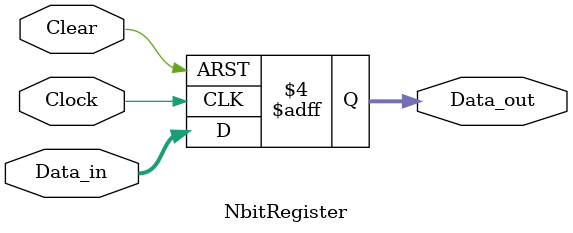
<source format=v>
module NbitRegister #(localparam N = 4)
( input [N-1:0] Data_in,
  input Clock, Clear,
  output reg [N-1:0] Data_out
);

always @(negedge Clock, negedge Clear)
begin
    if(Clear == 1'b0) Data_out <= 0;
    else if(Clock== 1'b0) Data_out <= Data_in;
end

endmodule
</source>
